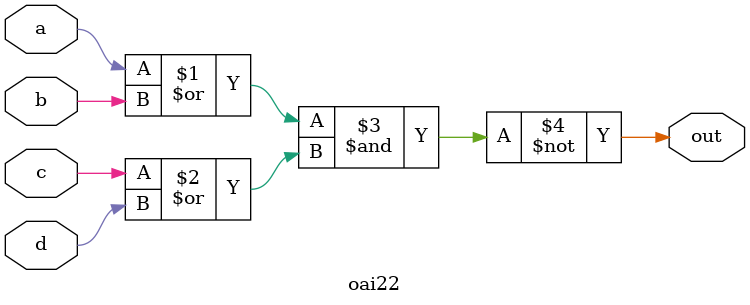
<source format=v>
`timescale 1ns/1ps

module oai22(a, b, c, d, out);
input a, b, c, d;
output out;
assign out = ~((a | b) & (c | d));
endmodule

</source>
